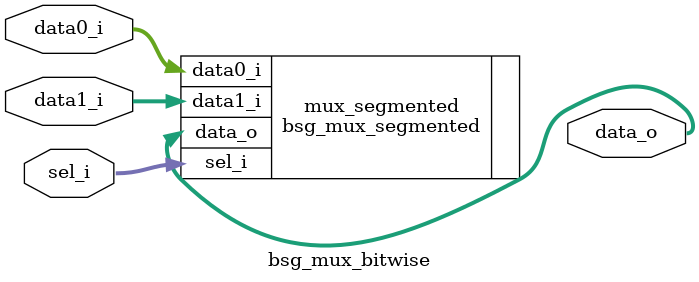
<source format=v>


module top
(
  data0_i,
  data1_i,
  sel_i,
  data_o
);

  input [31:0] data0_i;
  input [31:0] data1_i;
  input [31:0] sel_i;
  output [31:0] data_o;

  bsg_mux_bitwise
  wrapper
  (
    .data0_i(data0_i),
    .data1_i(data1_i),
    .sel_i(sel_i),
    .data_o(data_o)
  );


endmodule



module bsg_mux_bitwise
(
  data0_i,
  data1_i,
  sel_i,
  data_o
);

  input [31:0] data0_i;
  input [31:0] data1_i;
  input [31:0] sel_i;
  output [31:0] data_o;
  wire [31:0] data_o;

  bsg_mux_segmented
  mux_segmented
  (
    .data0_i(data0_i),
    .data1_i(data1_i),
    .sel_i(sel_i),
    .data_o(data_o)
  );


endmodule


</source>
